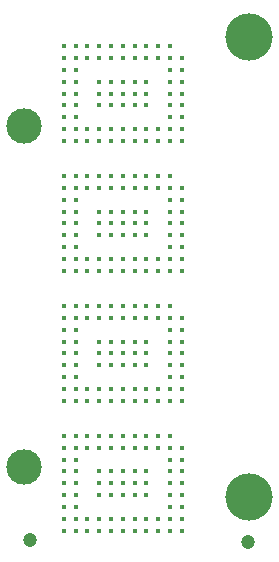
<source format=gbr>
G04*
G04 #@! TF.GenerationSoftware,Altium Limited,Altium Designer,24.9.1 (31)*
G04*
G04 Layer_Color=255*
%FSLAX44Y44*%
%MOMM*%
G71*
G04*
G04 #@! TF.SameCoordinates,2D473B94-B7B4-4BDE-9676-FEF16CC65D84*
G04*
G04*
G04 #@! TF.FilePolarity,Positive*
G04*
G01*
G75*
%ADD35C,1.2000*%
%ADD36C,4.0000*%
%ADD38C,0.4500*%
%ADD39C,3.0000*%
D35*
X30000Y13000D02*
D03*
X214000Y12000D02*
D03*
D36*
X215000Y439000D02*
D03*
Y50000D02*
D03*
D38*
X58300Y21300D02*
D03*
X68300D02*
D03*
X78300D02*
D03*
X88300D02*
D03*
X98300D02*
D03*
X108300D02*
D03*
X118300D02*
D03*
X128300D02*
D03*
X138300D02*
D03*
X148300D02*
D03*
X158300D02*
D03*
X58300Y31300D02*
D03*
X68300D02*
D03*
X78300D02*
D03*
X88300D02*
D03*
X98300D02*
D03*
X108300D02*
D03*
X118300D02*
D03*
X128300D02*
D03*
X138300D02*
D03*
X148300D02*
D03*
X158300D02*
D03*
X58300Y41300D02*
D03*
X68300D02*
D03*
X148300D02*
D03*
X158300D02*
D03*
X58300Y51300D02*
D03*
X68300D02*
D03*
X88300D02*
D03*
X98300D02*
D03*
X108300D02*
D03*
X118300D02*
D03*
X128300D02*
D03*
X148300D02*
D03*
X158300D02*
D03*
X58300Y61300D02*
D03*
X68300D02*
D03*
X88300D02*
D03*
X98300D02*
D03*
X108300D02*
D03*
X118300D02*
D03*
X128300D02*
D03*
X148300D02*
D03*
X158300D02*
D03*
X58300Y71300D02*
D03*
X68300D02*
D03*
X88300D02*
D03*
X98300D02*
D03*
X108300D02*
D03*
X118300D02*
D03*
X128300D02*
D03*
X148300D02*
D03*
X158300D02*
D03*
X58300Y81300D02*
D03*
X68300D02*
D03*
X148300D02*
D03*
X158300D02*
D03*
X58300Y91300D02*
D03*
X68300D02*
D03*
X78300D02*
D03*
X88300D02*
D03*
X98300D02*
D03*
X108300D02*
D03*
X118300D02*
D03*
X128300D02*
D03*
X138300D02*
D03*
X148300D02*
D03*
X158300D02*
D03*
X58300Y101300D02*
D03*
X68300D02*
D03*
X78300D02*
D03*
X88300D02*
D03*
X98300D02*
D03*
X108300D02*
D03*
X118300D02*
D03*
X128300D02*
D03*
X138300D02*
D03*
X148300D02*
D03*
Y211300D02*
D03*
X138300D02*
D03*
X128300D02*
D03*
X118300D02*
D03*
X108300D02*
D03*
X98300D02*
D03*
X88300D02*
D03*
X78300D02*
D03*
X68300D02*
D03*
X58300D02*
D03*
X158300Y201300D02*
D03*
X148300D02*
D03*
X138300D02*
D03*
X128300D02*
D03*
X118300D02*
D03*
X108300D02*
D03*
X98300D02*
D03*
X88300D02*
D03*
X78300D02*
D03*
X68300D02*
D03*
X58300D02*
D03*
X158300Y191300D02*
D03*
X148300D02*
D03*
X68300D02*
D03*
X58300D02*
D03*
X158300Y181300D02*
D03*
X148300D02*
D03*
X128300D02*
D03*
X118300D02*
D03*
X108300D02*
D03*
X98300D02*
D03*
X88300D02*
D03*
X68300D02*
D03*
X58300D02*
D03*
X158300Y171300D02*
D03*
X148300D02*
D03*
X128300D02*
D03*
X118300D02*
D03*
X108300D02*
D03*
X98300D02*
D03*
X88300D02*
D03*
X68300D02*
D03*
X58300D02*
D03*
X158300Y161300D02*
D03*
X148300D02*
D03*
X128300D02*
D03*
X118300D02*
D03*
X108300D02*
D03*
X98300D02*
D03*
X88300D02*
D03*
X68300D02*
D03*
X58300D02*
D03*
X158300Y151300D02*
D03*
X148300D02*
D03*
X68300D02*
D03*
X58300D02*
D03*
X158300Y141300D02*
D03*
X148300D02*
D03*
X138300D02*
D03*
X128300D02*
D03*
X118300D02*
D03*
X108300D02*
D03*
X98300D02*
D03*
X88300D02*
D03*
X78300D02*
D03*
X68300D02*
D03*
X58300D02*
D03*
X158300Y131300D02*
D03*
X148300D02*
D03*
X138300D02*
D03*
X128300D02*
D03*
X118300D02*
D03*
X108300D02*
D03*
X98300D02*
D03*
X88300D02*
D03*
X78300D02*
D03*
X68300D02*
D03*
X58300D02*
D03*
Y241300D02*
D03*
X68300D02*
D03*
X78300D02*
D03*
X88300D02*
D03*
X98300D02*
D03*
X108300D02*
D03*
X118300D02*
D03*
X128300D02*
D03*
X138300D02*
D03*
X148300D02*
D03*
X158300D02*
D03*
X58300Y251300D02*
D03*
X68300D02*
D03*
X78300D02*
D03*
X88300D02*
D03*
X98300D02*
D03*
X108300D02*
D03*
X118300D02*
D03*
X128300D02*
D03*
X138300D02*
D03*
X148300D02*
D03*
X158300D02*
D03*
X58300Y261300D02*
D03*
X68300D02*
D03*
X148300D02*
D03*
X158300D02*
D03*
X58300Y271300D02*
D03*
X68300D02*
D03*
X88300D02*
D03*
X98300D02*
D03*
X108300D02*
D03*
X118300D02*
D03*
X128300D02*
D03*
X148300D02*
D03*
X158300D02*
D03*
X58300Y281300D02*
D03*
X68300D02*
D03*
X88300D02*
D03*
X98300D02*
D03*
X108300D02*
D03*
X118300D02*
D03*
X128300D02*
D03*
X148300D02*
D03*
X158300D02*
D03*
X58300Y291300D02*
D03*
X68300D02*
D03*
X88300D02*
D03*
X98300D02*
D03*
X108300D02*
D03*
X118300D02*
D03*
X128300D02*
D03*
X148300D02*
D03*
X158300D02*
D03*
X58300Y301300D02*
D03*
X68300D02*
D03*
X148300D02*
D03*
X158300D02*
D03*
X58300Y311300D02*
D03*
X68300D02*
D03*
X78300D02*
D03*
X88300D02*
D03*
X98300D02*
D03*
X108300D02*
D03*
X118300D02*
D03*
X128300D02*
D03*
X138300D02*
D03*
X148300D02*
D03*
X158300D02*
D03*
X58300Y321300D02*
D03*
X68300D02*
D03*
X78300D02*
D03*
X88300D02*
D03*
X98300D02*
D03*
X108300D02*
D03*
X118300D02*
D03*
X128300D02*
D03*
X138300D02*
D03*
X148300D02*
D03*
Y431300D02*
D03*
X138300D02*
D03*
X128300D02*
D03*
X118300D02*
D03*
X108300D02*
D03*
X98300D02*
D03*
X88300D02*
D03*
X78300D02*
D03*
X68300D02*
D03*
X58300D02*
D03*
X158300Y421300D02*
D03*
X148300D02*
D03*
X138300D02*
D03*
X128300D02*
D03*
X118300D02*
D03*
X108300D02*
D03*
X98300D02*
D03*
X88300D02*
D03*
X78300D02*
D03*
X68300D02*
D03*
X58300D02*
D03*
X158300Y411300D02*
D03*
X148300D02*
D03*
X68300D02*
D03*
X58300D02*
D03*
X158300Y401300D02*
D03*
X148300D02*
D03*
X128300D02*
D03*
X118300D02*
D03*
X108300D02*
D03*
X98300D02*
D03*
X88300D02*
D03*
X68300D02*
D03*
X58300D02*
D03*
X158300Y391300D02*
D03*
X148300D02*
D03*
X128300D02*
D03*
X118300D02*
D03*
X108300D02*
D03*
X98300D02*
D03*
X88300D02*
D03*
X68300D02*
D03*
X58300D02*
D03*
X158300Y381300D02*
D03*
X148300D02*
D03*
X128300D02*
D03*
X118300D02*
D03*
X108300D02*
D03*
X98300D02*
D03*
X88300D02*
D03*
X68300D02*
D03*
X58300D02*
D03*
X158300Y371300D02*
D03*
X148300D02*
D03*
X68300D02*
D03*
X58300D02*
D03*
X158300Y361300D02*
D03*
X148300D02*
D03*
X138300D02*
D03*
X128300D02*
D03*
X118300D02*
D03*
X108300D02*
D03*
X98300D02*
D03*
X88300D02*
D03*
X78300D02*
D03*
X68300D02*
D03*
X58300D02*
D03*
X158300Y351300D02*
D03*
X148300D02*
D03*
X138300D02*
D03*
X128300D02*
D03*
X118300D02*
D03*
X108300D02*
D03*
X98300D02*
D03*
X88300D02*
D03*
X78300D02*
D03*
X68300D02*
D03*
X58300D02*
D03*
D39*
X25000Y75000D02*
D03*
Y364000D02*
D03*
M02*

</source>
